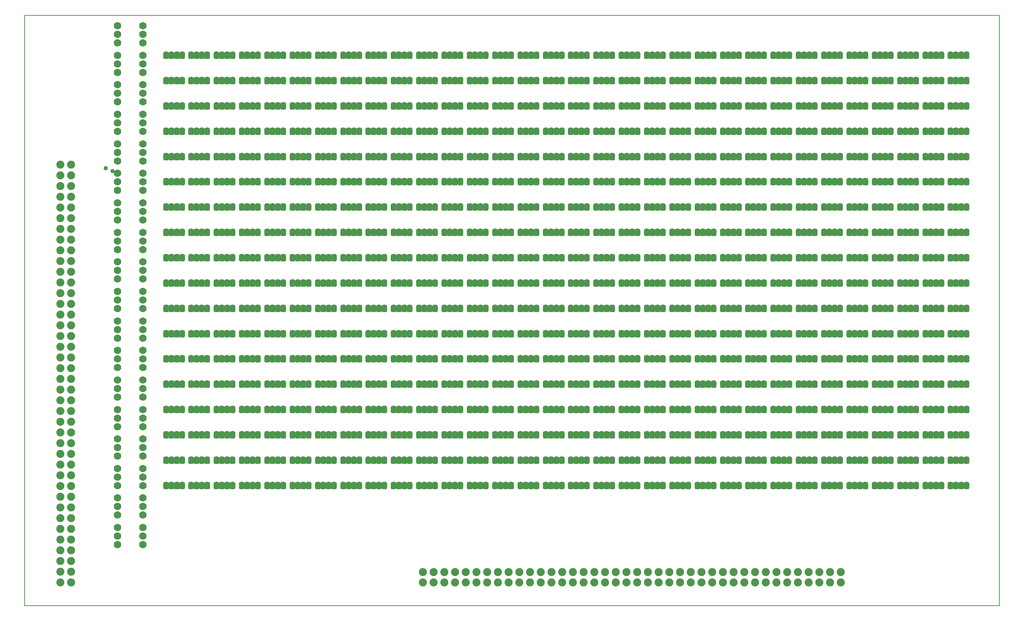
<source format=gbr>
G04 PROTEUS GERBER X2 FILE*
%TF.GenerationSoftware,Labcenter,Proteus,8.6-SP2-Build23525*%
%TF.CreationDate,2023-01-18T21:31:38+00:00*%
%TF.FileFunction,Soldermask,Top*%
%TF.FilePolarity,Negative*%
%TF.Part,Single*%
%FSLAX45Y45*%
%MOMM*%
G01*
%TA.AperFunction,Material*%
%ADD71C,1.016000*%
%AMPPAD012*
4,1,36,
-0.228600,0.889000,
0.228600,0.889000,
0.316890,0.880410,
0.398530,0.855690,
0.471960,0.816420,
0.535580,0.764180,
0.587820,0.700560,
0.627090,0.627130,
0.651810,0.545490,
0.660400,0.457200,
0.660400,-0.457200,
0.651810,-0.545490,
0.627090,-0.627130,
0.587820,-0.700560,
0.535580,-0.764180,
0.471960,-0.816420,
0.398530,-0.855690,
0.316890,-0.880410,
0.228600,-0.889000,
-0.228600,-0.889000,
-0.316890,-0.880410,
-0.398530,-0.855690,
-0.471960,-0.816420,
-0.535580,-0.764180,
-0.587820,-0.700560,
-0.627090,-0.627130,
-0.651810,-0.545490,
-0.660400,-0.457200,
-0.660400,0.457200,
-0.651810,0.545490,
-0.627090,0.627130,
-0.587820,0.700560,
-0.535580,0.764180,
-0.471960,0.816420,
-0.398530,0.855690,
-0.316890,0.880410,
-0.228600,0.889000,
0*%
%TA.AperFunction,Material*%
%ADD20PPAD012*%
%TA.AperFunction,Material*%
%ADD21C,1.905000*%
%TA.AperFunction,Material*%
%ADD22C,1.778000*%
%TA.AperFunction,Profile*%
%ADD16C,0.203200*%
%TD.AperFunction*%
D71*
X-9182923Y+3172982D03*
X-9022977Y+3107023D03*
D20*
X-7755252Y+5850000D03*
X-7628252Y+5850000D03*
X-7501252Y+5850000D03*
X-7374252Y+5850000D03*
X-7155252Y+5850000D03*
X-7028252Y+5850000D03*
X-6901252Y+5850000D03*
X-6774252Y+5850000D03*
X-6555252Y+5850000D03*
X-6428252Y+5850000D03*
X-6301252Y+5850000D03*
X-6174252Y+5850000D03*
X-5955252Y+5850000D03*
X-5828252Y+5850000D03*
X-5701252Y+5850000D03*
X-5574252Y+5850000D03*
X-5355252Y+5850000D03*
X-5228252Y+5850000D03*
X-5101252Y+5850000D03*
X-4974252Y+5850000D03*
X-4755252Y+5850000D03*
X-4628252Y+5850000D03*
X-4501252Y+5850000D03*
X-4374252Y+5850000D03*
X-4155252Y+5850000D03*
X-4028252Y+5850000D03*
X-3901252Y+5850000D03*
X-3774252Y+5850000D03*
X-3555252Y+5850000D03*
X-3428252Y+5850000D03*
X-3301252Y+5850000D03*
X-3174252Y+5850000D03*
X-2955252Y+5850000D03*
X-2828252Y+5850000D03*
X-2701252Y+5850000D03*
X-2574252Y+5850000D03*
X-2355252Y+5850000D03*
X-2228252Y+5850000D03*
X-2101252Y+5850000D03*
X-1974252Y+5850000D03*
X-1755252Y+5850000D03*
X-1628252Y+5850000D03*
X-1501252Y+5850000D03*
X-1374252Y+5850000D03*
X-1155252Y+5850000D03*
X-1028252Y+5850000D03*
X-901252Y+5850000D03*
X-774252Y+5850000D03*
X-555252Y+5850000D03*
X-428252Y+5850000D03*
X-301252Y+5850000D03*
X-174252Y+5850000D03*
X+44748Y+5850000D03*
X+171748Y+5850000D03*
X+298748Y+5850000D03*
X+425748Y+5850000D03*
X+644748Y+5850000D03*
X+771748Y+5850000D03*
X+898748Y+5850000D03*
X+1025748Y+5850000D03*
X+1244748Y+5850000D03*
X+1371748Y+5850000D03*
X+1498748Y+5850000D03*
X+1625748Y+5850000D03*
X+1844748Y+5850000D03*
X+1971748Y+5850000D03*
X+2098748Y+5850000D03*
X+2225748Y+5850000D03*
X+2444748Y+5850000D03*
X+2571748Y+5850000D03*
X+2698748Y+5850000D03*
X+2825748Y+5850000D03*
X+3044748Y+5850000D03*
X+3171748Y+5850000D03*
X+3298748Y+5850000D03*
X+3425748Y+5850000D03*
X+3644748Y+5850000D03*
X+3771748Y+5850000D03*
X+3898748Y+5850000D03*
X+4025748Y+5850000D03*
X+4244748Y+5850000D03*
X+4371748Y+5850000D03*
X+4498748Y+5850000D03*
X+4625748Y+5850000D03*
X+4844748Y+5850000D03*
X+4971748Y+5850000D03*
X+5098748Y+5850000D03*
X+5225748Y+5850000D03*
X+5444748Y+5850000D03*
X+5571748Y+5850000D03*
X+5698748Y+5850000D03*
X+5825748Y+5850000D03*
X+6044748Y+5850000D03*
X+6171748Y+5850000D03*
X+6298748Y+5850000D03*
X+6425748Y+5850000D03*
X+6644748Y+5850000D03*
X+6771748Y+5850000D03*
X+6898748Y+5850000D03*
X+7025748Y+5850000D03*
X+7244748Y+5850000D03*
X+7371748Y+5850000D03*
X+7498748Y+5850000D03*
X+7625748Y+5850000D03*
X+7844748Y+5850000D03*
X+7971748Y+5850000D03*
X+8098748Y+5850000D03*
X+8225748Y+5850000D03*
X+8444748Y+5850000D03*
X+8571748Y+5850000D03*
X+8698748Y+5850000D03*
X+8825748Y+5850000D03*
X+9044748Y+5850000D03*
X+9171748Y+5850000D03*
X+9298748Y+5850000D03*
X+9425748Y+5850000D03*
X+9644748Y+5850000D03*
X+9771748Y+5850000D03*
X+9898748Y+5850000D03*
X+10025748Y+5850000D03*
X+10244748Y+5850000D03*
X+10371748Y+5850000D03*
X+10498748Y+5850000D03*
X+10625748Y+5850000D03*
X+10844748Y+5850000D03*
X+10971748Y+5850000D03*
X+11098748Y+5850000D03*
X+11225748Y+5850000D03*
X-7755252Y+5250000D03*
X-7628252Y+5250000D03*
X-7501252Y+5250000D03*
X-7374252Y+5250000D03*
X-7155252Y+5250000D03*
X-7028252Y+5250000D03*
X-6901252Y+5250000D03*
X-6774252Y+5250000D03*
X-6555252Y+5250000D03*
X-6428252Y+5250000D03*
X-6301252Y+5250000D03*
X-6174252Y+5250000D03*
X-5955252Y+5250000D03*
X-5828252Y+5250000D03*
X-5701252Y+5250000D03*
X-5574252Y+5250000D03*
X-5355252Y+5250000D03*
X-5228252Y+5250000D03*
X-5101252Y+5250000D03*
X-4974252Y+5250000D03*
X-4755252Y+5250000D03*
X-4628252Y+5250000D03*
X-4501252Y+5250000D03*
X-4374252Y+5250000D03*
X-4155252Y+5250000D03*
X-4028252Y+5250000D03*
X-3901252Y+5250000D03*
X-3774252Y+5250000D03*
X-3555252Y+5250000D03*
X-3428252Y+5250000D03*
X-3301252Y+5250000D03*
X-3174252Y+5250000D03*
X-2955252Y+5250000D03*
X-2828252Y+5250000D03*
X-2701252Y+5250000D03*
X-2574252Y+5250000D03*
X-2355252Y+5250000D03*
X-2228252Y+5250000D03*
X-2101252Y+5250000D03*
X-1974252Y+5250000D03*
X-1755252Y+5250000D03*
X-1628252Y+5250000D03*
X-1501252Y+5250000D03*
X-1374252Y+5250000D03*
X-1155252Y+5250000D03*
X-1028252Y+5250000D03*
X-901252Y+5250000D03*
X-774252Y+5250000D03*
X-555252Y+5250000D03*
X-428252Y+5250000D03*
X-301252Y+5250000D03*
X-174252Y+5250000D03*
X+44748Y+5250000D03*
X+171748Y+5250000D03*
X+298748Y+5250000D03*
X+425748Y+5250000D03*
X+644748Y+5250000D03*
X+771748Y+5250000D03*
X+898748Y+5250000D03*
X+1025748Y+5250000D03*
X+1244748Y+5250000D03*
X+1371748Y+5250000D03*
X+1498748Y+5250000D03*
X+1625748Y+5250000D03*
X+1844748Y+5250000D03*
X+1971748Y+5250000D03*
X+2098748Y+5250000D03*
X+2225748Y+5250000D03*
X+2444748Y+5250000D03*
X+2571748Y+5250000D03*
X+2698748Y+5250000D03*
X+2825748Y+5250000D03*
X+3044748Y+5250000D03*
X+3171748Y+5250000D03*
X+3298748Y+5250000D03*
X+3425748Y+5250000D03*
X+3644748Y+5250000D03*
X+3771748Y+5250000D03*
X+3898748Y+5250000D03*
X+4025748Y+5250000D03*
X+4244748Y+5250000D03*
X+4371748Y+5250000D03*
X+4498748Y+5250000D03*
X+4625748Y+5250000D03*
X+4844748Y+5250000D03*
X+4971748Y+5250000D03*
X+5098748Y+5250000D03*
X+5225748Y+5250000D03*
X+5444748Y+5250000D03*
X+5571748Y+5250000D03*
X+5698748Y+5250000D03*
X+5825748Y+5250000D03*
X+6044748Y+5250000D03*
X+6171748Y+5250000D03*
X+6298748Y+5250000D03*
X+6425748Y+5250000D03*
X+6644748Y+5250000D03*
X+6771748Y+5250000D03*
X+6898748Y+5250000D03*
X+7025748Y+5250000D03*
X+7244748Y+5250000D03*
X+7371748Y+5250000D03*
X+7498748Y+5250000D03*
X+7625748Y+5250000D03*
X+7844748Y+5250000D03*
X+7971748Y+5250000D03*
X+8098748Y+5250000D03*
X+8225748Y+5250000D03*
X+8444748Y+5250000D03*
X+8571748Y+5250000D03*
X+8698748Y+5250000D03*
X+8825748Y+5250000D03*
X+9044748Y+5250000D03*
X+9171748Y+5250000D03*
X+9298748Y+5250000D03*
X+9425748Y+5250000D03*
X+9644748Y+5250000D03*
X+9771748Y+5250000D03*
X+9898748Y+5250000D03*
X+10025748Y+5250000D03*
X+10244748Y+5250000D03*
X+10371748Y+5250000D03*
X+10498748Y+5250000D03*
X+10625748Y+5250000D03*
X+10844748Y+5250000D03*
X+10971748Y+5250000D03*
X+11098748Y+5250000D03*
X+11225748Y+5250000D03*
X-7755252Y+4650000D03*
X-7628252Y+4650000D03*
X-7501252Y+4650000D03*
X-7374252Y+4650000D03*
X-7155252Y+4650000D03*
X-7028252Y+4650000D03*
X-6901252Y+4650000D03*
X-6774252Y+4650000D03*
X-6555252Y+4650000D03*
X-6428252Y+4650000D03*
X-6301252Y+4650000D03*
X-6174252Y+4650000D03*
X-5955252Y+4650000D03*
X-5828252Y+4650000D03*
X-5701252Y+4650000D03*
X-5574252Y+4650000D03*
X-5355252Y+4650000D03*
X-5228252Y+4650000D03*
X-5101252Y+4650000D03*
X-4974252Y+4650000D03*
X-4755252Y+4650000D03*
X-4628252Y+4650000D03*
X-4501252Y+4650000D03*
X-4374252Y+4650000D03*
X-4155252Y+4650000D03*
X-4028252Y+4650000D03*
X-3901252Y+4650000D03*
X-3774252Y+4650000D03*
X-3555252Y+4650000D03*
X-3428252Y+4650000D03*
X-3301252Y+4650000D03*
X-3174252Y+4650000D03*
X-2955252Y+4650000D03*
X-2828252Y+4650000D03*
X-2701252Y+4650000D03*
X-2574252Y+4650000D03*
X-2355252Y+4650000D03*
X-2228252Y+4650000D03*
X-2101252Y+4650000D03*
X-1974252Y+4650000D03*
X-1755252Y+4650000D03*
X-1628252Y+4650000D03*
X-1501252Y+4650000D03*
X-1374252Y+4650000D03*
X-1155252Y+4650000D03*
X-1028252Y+4650000D03*
X-901252Y+4650000D03*
X-774252Y+4650000D03*
X-555252Y+4650000D03*
X-428252Y+4650000D03*
X-301252Y+4650000D03*
X-174252Y+4650000D03*
X+44748Y+4650000D03*
X+171748Y+4650000D03*
X+298748Y+4650000D03*
X+425748Y+4650000D03*
X+644748Y+4650000D03*
X+771748Y+4650000D03*
X+898748Y+4650000D03*
X+1025748Y+4650000D03*
X+1244748Y+4650000D03*
X+1371748Y+4650000D03*
X+1498748Y+4650000D03*
X+1625748Y+4650000D03*
X+1844748Y+4650000D03*
X+1971748Y+4650000D03*
X+2098748Y+4650000D03*
X+2225748Y+4650000D03*
X+2444748Y+4650000D03*
X+2571748Y+4650000D03*
X+2698748Y+4650000D03*
X+2825748Y+4650000D03*
X+3044748Y+4650000D03*
X+3171748Y+4650000D03*
X+3298748Y+4650000D03*
X+3425748Y+4650000D03*
X+3644748Y+4650000D03*
X+3771748Y+4650000D03*
X+3898748Y+4650000D03*
X+4025748Y+4650000D03*
X+4244748Y+4650000D03*
X+4371748Y+4650000D03*
X+4498748Y+4650000D03*
X+4625748Y+4650000D03*
X+4844748Y+4650000D03*
X+4971748Y+4650000D03*
X+5098748Y+4650000D03*
X+5225748Y+4650000D03*
X+5444748Y+4650000D03*
X+5571748Y+4650000D03*
X+5698748Y+4650000D03*
X+5825748Y+4650000D03*
X+6044748Y+4650000D03*
X+6171748Y+4650000D03*
X+6298748Y+4650000D03*
X+6425748Y+4650000D03*
X+6644748Y+4650000D03*
X+6771748Y+4650000D03*
X+6898748Y+4650000D03*
X+7025748Y+4650000D03*
X+7244748Y+4650000D03*
X+7371748Y+4650000D03*
X+7498748Y+4650000D03*
X+7625748Y+4650000D03*
X+7844748Y+4650000D03*
X+7971748Y+4650000D03*
X+8098748Y+4650000D03*
X+8225748Y+4650000D03*
X+8444748Y+4650000D03*
X+8571748Y+4650000D03*
X+8698748Y+4650000D03*
X+8825748Y+4650000D03*
X+9044748Y+4650000D03*
X+9171748Y+4650000D03*
X+9298748Y+4650000D03*
X+9425748Y+4650000D03*
X+9644748Y+4650000D03*
X+9771748Y+4650000D03*
X+9898748Y+4650000D03*
X+10025748Y+4650000D03*
X+10244748Y+4650000D03*
X+10371748Y+4650000D03*
X+10498748Y+4650000D03*
X+10625748Y+4650000D03*
X+10844748Y+4650000D03*
X+10971748Y+4650000D03*
X+11098748Y+4650000D03*
X+11225748Y+4650000D03*
X-7755252Y+4050000D03*
X-7628252Y+4050000D03*
X-7501252Y+4050000D03*
X-7374252Y+4050000D03*
X-7155252Y+4050000D03*
X-7028252Y+4050000D03*
X-6901252Y+4050000D03*
X-6774252Y+4050000D03*
X-6555252Y+4050000D03*
X-6428252Y+4050000D03*
X-6301252Y+4050000D03*
X-6174252Y+4050000D03*
X-5955252Y+4050000D03*
X-5828252Y+4050000D03*
X-5701252Y+4050000D03*
X-5574252Y+4050000D03*
X-5355252Y+4050000D03*
X-5228252Y+4050000D03*
X-5101252Y+4050000D03*
X-4974252Y+4050000D03*
X-4755252Y+4050000D03*
X-4628252Y+4050000D03*
X-4501252Y+4050000D03*
X-4374252Y+4050000D03*
X-4155252Y+4050000D03*
X-4028252Y+4050000D03*
X-3901252Y+4050000D03*
X-3774252Y+4050000D03*
X-3555252Y+4050000D03*
X-3428252Y+4050000D03*
X-3301252Y+4050000D03*
X-3174252Y+4050000D03*
X-2955252Y+4050000D03*
X-2828252Y+4050000D03*
X-2701252Y+4050000D03*
X-2574252Y+4050000D03*
X-2355252Y+4050000D03*
X-2228252Y+4050000D03*
X-2101252Y+4050000D03*
X-1974252Y+4050000D03*
X-1755252Y+4050000D03*
X-1628252Y+4050000D03*
X-1501252Y+4050000D03*
X-1374252Y+4050000D03*
X-1155252Y+4050000D03*
X-1028252Y+4050000D03*
X-901252Y+4050000D03*
X-774252Y+4050000D03*
X-555252Y+4050000D03*
X-428252Y+4050000D03*
X-301252Y+4050000D03*
X-174252Y+4050000D03*
X+44748Y+4050000D03*
X+171748Y+4050000D03*
X+298748Y+4050000D03*
X+425748Y+4050000D03*
X+644748Y+4050000D03*
X+771748Y+4050000D03*
X+898748Y+4050000D03*
X+1025748Y+4050000D03*
X+1244748Y+4050000D03*
X+1371748Y+4050000D03*
X+1498748Y+4050000D03*
X+1625748Y+4050000D03*
X+1844748Y+4050000D03*
X+1971748Y+4050000D03*
X+2098748Y+4050000D03*
X+2225748Y+4050000D03*
X+2444748Y+4050000D03*
X+2571748Y+4050000D03*
X+2698748Y+4050000D03*
X+2825748Y+4050000D03*
X+3044748Y+4050000D03*
X+3171748Y+4050000D03*
X+3298748Y+4050000D03*
X+3425748Y+4050000D03*
X+3644748Y+4050000D03*
X+3771748Y+4050000D03*
X+3898748Y+4050000D03*
X+4025748Y+4050000D03*
X+4244748Y+4050000D03*
X+4371748Y+4050000D03*
X+4498748Y+4050000D03*
X+4625748Y+4050000D03*
X+4844748Y+4050000D03*
X+4971748Y+4050000D03*
X+5098748Y+4050000D03*
X+5225748Y+4050000D03*
X+5444748Y+4050000D03*
X+5571748Y+4050000D03*
X+5698748Y+4050000D03*
X+5825748Y+4050000D03*
X+6044748Y+4050000D03*
X+6171748Y+4050000D03*
X+6298748Y+4050000D03*
X+6425748Y+4050000D03*
X+6644748Y+4050000D03*
X+6771748Y+4050000D03*
X+6898748Y+4050000D03*
X+7025748Y+4050000D03*
X+7244748Y+4050000D03*
X+7371748Y+4050000D03*
X+7498748Y+4050000D03*
X+7625748Y+4050000D03*
X+7844748Y+4050000D03*
X+7971748Y+4050000D03*
X+8098748Y+4050000D03*
X+8225748Y+4050000D03*
X+8444748Y+4050000D03*
X+8571748Y+4050000D03*
X+8698748Y+4050000D03*
X+8825748Y+4050000D03*
X+9044748Y+4050000D03*
X+9171748Y+4050000D03*
X+9298748Y+4050000D03*
X+9425748Y+4050000D03*
X+9644748Y+4050000D03*
X+9771748Y+4050000D03*
X+9898748Y+4050000D03*
X+10025748Y+4050000D03*
X+10244748Y+4050000D03*
X+10371748Y+4050000D03*
X+10498748Y+4050000D03*
X+10625748Y+4050000D03*
X+10844748Y+4050000D03*
X+10971748Y+4050000D03*
X+11098748Y+4050000D03*
X+11225748Y+4050000D03*
X-7755252Y+3450000D03*
X-7628252Y+3450000D03*
X-7501252Y+3450000D03*
X-7374252Y+3450000D03*
X-7155252Y+3450000D03*
X-7028252Y+3450000D03*
X-6901252Y+3450000D03*
X-6774252Y+3450000D03*
X-6555252Y+3450000D03*
X-6428252Y+3450000D03*
X-6301252Y+3450000D03*
X-6174252Y+3450000D03*
X-5955252Y+3450000D03*
X-5828252Y+3450000D03*
X-5701252Y+3450000D03*
X-5574252Y+3450000D03*
X-5355252Y+3450000D03*
X-5228252Y+3450000D03*
X-5101252Y+3450000D03*
X-4974252Y+3450000D03*
X-4755252Y+3450000D03*
X-4628252Y+3450000D03*
X-4501252Y+3450000D03*
X-4374252Y+3450000D03*
X-4155252Y+3450000D03*
X-4028252Y+3450000D03*
X-3901252Y+3450000D03*
X-3774252Y+3450000D03*
X-3555252Y+3450000D03*
X-3428252Y+3450000D03*
X-3301252Y+3450000D03*
X-3174252Y+3450000D03*
X-2955252Y+3450000D03*
X-2828252Y+3450000D03*
X-2701252Y+3450000D03*
X-2574252Y+3450000D03*
X-2355252Y+3450000D03*
X-2228252Y+3450000D03*
X-2101252Y+3450000D03*
X-1974252Y+3450000D03*
X-1755252Y+3450000D03*
X-1628252Y+3450000D03*
X-1501252Y+3450000D03*
X-1374252Y+3450000D03*
X-1155252Y+3450000D03*
X-1028252Y+3450000D03*
X-901252Y+3450000D03*
X-774252Y+3450000D03*
X-555252Y+3450000D03*
X-428252Y+3450000D03*
X-301252Y+3450000D03*
X-174252Y+3450000D03*
X+44748Y+3450000D03*
X+171748Y+3450000D03*
X+298748Y+3450000D03*
X+425748Y+3450000D03*
X+644748Y+3450000D03*
X+771748Y+3450000D03*
X+898748Y+3450000D03*
X+1025748Y+3450000D03*
X+1244748Y+3450000D03*
X+1371748Y+3450000D03*
X+1498748Y+3450000D03*
X+1625748Y+3450000D03*
X+1844748Y+3450000D03*
X+1971748Y+3450000D03*
X+2098748Y+3450000D03*
X+2225748Y+3450000D03*
X+2444748Y+3450000D03*
X+2571748Y+3450000D03*
X+2698748Y+3450000D03*
X+2825748Y+3450000D03*
X+3044748Y+3450000D03*
X+3171748Y+3450000D03*
X+3298748Y+3450000D03*
X+3425748Y+3450000D03*
X+3644748Y+3450000D03*
X+3771748Y+3450000D03*
X+3898748Y+3450000D03*
X+4025748Y+3450000D03*
X+4244748Y+3450000D03*
X+4371748Y+3450000D03*
X+4498748Y+3450000D03*
X+4625748Y+3450000D03*
X+4844748Y+3450000D03*
X+4971748Y+3450000D03*
X+5098748Y+3450000D03*
X+5225748Y+3450000D03*
X+5444748Y+3450000D03*
X+5571748Y+3450000D03*
X+5698748Y+3450000D03*
X+5825748Y+3450000D03*
X+6044748Y+3450000D03*
X+6171748Y+3450000D03*
X+6298748Y+3450000D03*
X+6425748Y+3450000D03*
X+6644748Y+3450000D03*
X+6771748Y+3450000D03*
X+6898748Y+3450000D03*
X+7025748Y+3450000D03*
X+7244748Y+3450000D03*
X+7371748Y+3450000D03*
X+7498748Y+3450000D03*
X+7625748Y+3450000D03*
X+7844748Y+3450000D03*
X+7971748Y+3450000D03*
X+8098748Y+3450000D03*
X+8225748Y+3450000D03*
X+8444748Y+3450000D03*
X+8571748Y+3450000D03*
X+8698748Y+3450000D03*
X+8825748Y+3450000D03*
X+9044748Y+3450000D03*
X+9171748Y+3450000D03*
X+9298748Y+3450000D03*
X+9425748Y+3450000D03*
X+9644748Y+3450000D03*
X+9771748Y+3450000D03*
X+9898748Y+3450000D03*
X+10025748Y+3450000D03*
X+10244748Y+3450000D03*
X+10371748Y+3450000D03*
X+10498748Y+3450000D03*
X+10625748Y+3450000D03*
X+10844748Y+3450000D03*
X+10971748Y+3450000D03*
X+11098748Y+3450000D03*
X+11225748Y+3450000D03*
X-7755252Y+2850000D03*
X-7628252Y+2850000D03*
X-7501252Y+2850000D03*
X-7374252Y+2850000D03*
X-7155252Y+2850000D03*
X-7028252Y+2850000D03*
X-6901252Y+2850000D03*
X-6774252Y+2850000D03*
X-6555252Y+2850000D03*
X-6428252Y+2850000D03*
X-6301252Y+2850000D03*
X-6174252Y+2850000D03*
X-5955252Y+2850000D03*
X-5828252Y+2850000D03*
X-5701252Y+2850000D03*
X-5574252Y+2850000D03*
X-5355252Y+2850000D03*
X-5228252Y+2850000D03*
X-5101252Y+2850000D03*
X-4974252Y+2850000D03*
X-4755252Y+2850000D03*
X-4628252Y+2850000D03*
X-4501252Y+2850000D03*
X-4374252Y+2850000D03*
X-4155252Y+2850000D03*
X-4028252Y+2850000D03*
X-3901252Y+2850000D03*
X-3774252Y+2850000D03*
X-3555252Y+2850000D03*
X-3428252Y+2850000D03*
X-3301252Y+2850000D03*
X-3174252Y+2850000D03*
X-2955252Y+2850000D03*
X-2828252Y+2850000D03*
X-2701252Y+2850000D03*
X-2574252Y+2850000D03*
X-2355252Y+2850000D03*
X-2228252Y+2850000D03*
X-2101252Y+2850000D03*
X-1974252Y+2850000D03*
X-1755252Y+2850000D03*
X-1628252Y+2850000D03*
X-1501252Y+2850000D03*
X-1374252Y+2850000D03*
X-1155252Y+2850000D03*
X-1028252Y+2850000D03*
X-901252Y+2850000D03*
X-774252Y+2850000D03*
X-555252Y+2850000D03*
X-428252Y+2850000D03*
X-301252Y+2850000D03*
X-174252Y+2850000D03*
X+44748Y+2850000D03*
X+171748Y+2850000D03*
X+298748Y+2850000D03*
X+425748Y+2850000D03*
X+644748Y+2850000D03*
X+771748Y+2850000D03*
X+898748Y+2850000D03*
X+1025748Y+2850000D03*
X+1244748Y+2850000D03*
X+1371748Y+2850000D03*
X+1498748Y+2850000D03*
X+1625748Y+2850000D03*
X+1844748Y+2850000D03*
X+1971748Y+2850000D03*
X+2098748Y+2850000D03*
X+2225748Y+2850000D03*
X+2444748Y+2850000D03*
X+2571748Y+2850000D03*
X+2698748Y+2850000D03*
X+2825748Y+2850000D03*
X+3044748Y+2850000D03*
X+3171748Y+2850000D03*
X+3298748Y+2850000D03*
X+3425748Y+2850000D03*
X+3644748Y+2850000D03*
X+3771748Y+2850000D03*
X+3898748Y+2850000D03*
X+4025748Y+2850000D03*
X+4244748Y+2850000D03*
X+4371748Y+2850000D03*
X+4498748Y+2850000D03*
X+4625748Y+2850000D03*
X+4844748Y+2850000D03*
X+4971748Y+2850000D03*
X+5098748Y+2850000D03*
X+5225748Y+2850000D03*
X+5444748Y+2850000D03*
X+5571748Y+2850000D03*
X+5698748Y+2850000D03*
X+5825748Y+2850000D03*
X+6044748Y+2850000D03*
X+6171748Y+2850000D03*
X+6298748Y+2850000D03*
X+6425748Y+2850000D03*
X+6644748Y+2850000D03*
X+6771748Y+2850000D03*
X+6898748Y+2850000D03*
X+7025748Y+2850000D03*
X+7244748Y+2850000D03*
X+7371748Y+2850000D03*
X+7498748Y+2850000D03*
X+7625748Y+2850000D03*
X+7844748Y+2850000D03*
X+7971748Y+2850000D03*
X+8098748Y+2850000D03*
X+8225748Y+2850000D03*
X+8444748Y+2850000D03*
X+8571748Y+2850000D03*
X+8698748Y+2850000D03*
X+8825748Y+2850000D03*
X+9044748Y+2850000D03*
X+9171748Y+2850000D03*
X+9298748Y+2850000D03*
X+9425748Y+2850000D03*
X+9644748Y+2850000D03*
X+9771748Y+2850000D03*
X+9898748Y+2850000D03*
X+10025748Y+2850000D03*
X+10244748Y+2850000D03*
X+10371748Y+2850000D03*
X+10498748Y+2850000D03*
X+10625748Y+2850000D03*
X+10844748Y+2850000D03*
X+10971748Y+2850000D03*
X+11098748Y+2850000D03*
X+11225748Y+2850000D03*
X-7755252Y+2250000D03*
X-7628252Y+2250000D03*
X-7501252Y+2250000D03*
X-7374252Y+2250000D03*
X-7155252Y+2250000D03*
X-7028252Y+2250000D03*
X-6901252Y+2250000D03*
X-6774252Y+2250000D03*
X-6555252Y+2250000D03*
X-6428252Y+2250000D03*
X-6301252Y+2250000D03*
X-6174252Y+2250000D03*
X-5955252Y+2250000D03*
X-5828252Y+2250000D03*
X-5701252Y+2250000D03*
X-5574252Y+2250000D03*
X-5355252Y+2250000D03*
X-5228252Y+2250000D03*
X-5101252Y+2250000D03*
X-4974252Y+2250000D03*
X-4755252Y+2250000D03*
X-4628252Y+2250000D03*
X-4501252Y+2250000D03*
X-4374252Y+2250000D03*
X-4155252Y+2250000D03*
X-4028252Y+2250000D03*
X-3901252Y+2250000D03*
X-3774252Y+2250000D03*
X-3555252Y+2250000D03*
X-3428252Y+2250000D03*
X-3301252Y+2250000D03*
X-3174252Y+2250000D03*
X-2955252Y+2250000D03*
X-2828252Y+2250000D03*
X-2701252Y+2250000D03*
X-2574252Y+2250000D03*
X-2355252Y+2250000D03*
X-2228252Y+2250000D03*
X-2101252Y+2250000D03*
X-1974252Y+2250000D03*
X-1755252Y+2250000D03*
X-1628252Y+2250000D03*
X-1501252Y+2250000D03*
X-1374252Y+2250000D03*
X-1155252Y+2250000D03*
X-1028252Y+2250000D03*
X-901252Y+2250000D03*
X-774252Y+2250000D03*
X-555252Y+2250000D03*
X-428252Y+2250000D03*
X-301252Y+2250000D03*
X-174252Y+2250000D03*
X+44748Y+2250000D03*
X+171748Y+2250000D03*
X+298748Y+2250000D03*
X+425748Y+2250000D03*
X+644748Y+2250000D03*
X+771748Y+2250000D03*
X+898748Y+2250000D03*
X+1025748Y+2250000D03*
X+1244748Y+2250000D03*
X+1371748Y+2250000D03*
X+1498748Y+2250000D03*
X+1625748Y+2250000D03*
X+1844748Y+2250000D03*
X+1971748Y+2250000D03*
X+2098748Y+2250000D03*
X+2225748Y+2250000D03*
X+2444748Y+2250000D03*
X+2571748Y+2250000D03*
X+2698748Y+2250000D03*
X+2825748Y+2250000D03*
X+3044748Y+2250000D03*
X+3171748Y+2250000D03*
X+3298748Y+2250000D03*
X+3425748Y+2250000D03*
X+3644748Y+2250000D03*
X+3771748Y+2250000D03*
X+3898748Y+2250000D03*
X+4025748Y+2250000D03*
X+4244748Y+2250000D03*
X+4371748Y+2250000D03*
X+4498748Y+2250000D03*
X+4625748Y+2250000D03*
X+4844748Y+2250000D03*
X+4971748Y+2250000D03*
X+5098748Y+2250000D03*
X+5225748Y+2250000D03*
X+5444748Y+2250000D03*
X+5571748Y+2250000D03*
X+5698748Y+2250000D03*
X+5825748Y+2250000D03*
X+6044748Y+2250000D03*
X+6171748Y+2250000D03*
X+6298748Y+2250000D03*
X+6425748Y+2250000D03*
X+6644748Y+2250000D03*
X+6771748Y+2250000D03*
X+6898748Y+2250000D03*
X+7025748Y+2250000D03*
X+7244748Y+2250000D03*
X+7371748Y+2250000D03*
X+7498748Y+2250000D03*
X+7625748Y+2250000D03*
X+7844748Y+2250000D03*
X+7971748Y+2250000D03*
X+8098748Y+2250000D03*
X+8225748Y+2250000D03*
X+8444748Y+2250000D03*
X+8571748Y+2250000D03*
X+8698748Y+2250000D03*
X+8825748Y+2250000D03*
X+9044748Y+2250000D03*
X+9171748Y+2250000D03*
X+9298748Y+2250000D03*
X+9425748Y+2250000D03*
X+9644748Y+2250000D03*
X+9771748Y+2250000D03*
X+9898748Y+2250000D03*
X+10025748Y+2250000D03*
X+10244748Y+2250000D03*
X+10371748Y+2250000D03*
X+10498748Y+2250000D03*
X+10625748Y+2250000D03*
X+10844748Y+2250000D03*
X+10971748Y+2250000D03*
X+11098748Y+2250000D03*
X+11225748Y+2250000D03*
X-7755252Y+1650000D03*
X-7628252Y+1650000D03*
X-7501252Y+1650000D03*
X-7374252Y+1650000D03*
X-7155252Y+1650000D03*
X-7028252Y+1650000D03*
X-6901252Y+1650000D03*
X-6774252Y+1650000D03*
X-6555252Y+1650000D03*
X-6428252Y+1650000D03*
X-6301252Y+1650000D03*
X-6174252Y+1650000D03*
X-5955252Y+1650000D03*
X-5828252Y+1650000D03*
X-5701252Y+1650000D03*
X-5574252Y+1650000D03*
X-5355252Y+1650000D03*
X-5228252Y+1650000D03*
X-5101252Y+1650000D03*
X-4974252Y+1650000D03*
X-4755252Y+1650000D03*
X-4628252Y+1650000D03*
X-4501252Y+1650000D03*
X-4374252Y+1650000D03*
X-4155252Y+1650000D03*
X-4028252Y+1650000D03*
X-3901252Y+1650000D03*
X-3774252Y+1650000D03*
X-3555252Y+1650000D03*
X-3428252Y+1650000D03*
X-3301252Y+1650000D03*
X-3174252Y+1650000D03*
X-2955252Y+1650000D03*
X-2828252Y+1650000D03*
X-2701252Y+1650000D03*
X-2574252Y+1650000D03*
X-2355252Y+1650000D03*
X-2228252Y+1650000D03*
X-2101252Y+1650000D03*
X-1974252Y+1650000D03*
X-1755252Y+1650000D03*
X-1628252Y+1650000D03*
X-1501252Y+1650000D03*
X-1374252Y+1650000D03*
X-1155252Y+1650000D03*
X-1028252Y+1650000D03*
X-901252Y+1650000D03*
X-774252Y+1650000D03*
X-555252Y+1650000D03*
X-428252Y+1650000D03*
X-301252Y+1650000D03*
X-174252Y+1650000D03*
X+44748Y+1650000D03*
X+171748Y+1650000D03*
X+298748Y+1650000D03*
X+425748Y+1650000D03*
X+644748Y+1650000D03*
X+771748Y+1650000D03*
X+898748Y+1650000D03*
X+1025748Y+1650000D03*
X+1244748Y+1650000D03*
X+1371748Y+1650000D03*
X+1498748Y+1650000D03*
X+1625748Y+1650000D03*
X+1844748Y+1650000D03*
X+1971748Y+1650000D03*
X+2098748Y+1650000D03*
X+2225748Y+1650000D03*
X+2444748Y+1650000D03*
X+2571748Y+1650000D03*
X+2698748Y+1650000D03*
X+2825748Y+1650000D03*
X+3044748Y+1650000D03*
X+3171748Y+1650000D03*
X+3298748Y+1650000D03*
X+3425748Y+1650000D03*
X+3644748Y+1650000D03*
X+3771748Y+1650000D03*
X+3898748Y+1650000D03*
X+4025748Y+1650000D03*
X+4244748Y+1650000D03*
X+4371748Y+1650000D03*
X+4498748Y+1650000D03*
X+4625748Y+1650000D03*
X+4844748Y+1650000D03*
X+4971748Y+1650000D03*
X+5098748Y+1650000D03*
X+5225748Y+1650000D03*
X+5444748Y+1650000D03*
X+5571748Y+1650000D03*
X+5698748Y+1650000D03*
X+5825748Y+1650000D03*
X+6044748Y+1650000D03*
X+6171748Y+1650000D03*
X+6298748Y+1650000D03*
X+6425748Y+1650000D03*
X+6644748Y+1650000D03*
X+6771748Y+1650000D03*
X+6898748Y+1650000D03*
X+7025748Y+1650000D03*
X+7244748Y+1650000D03*
X+7371748Y+1650000D03*
X+7498748Y+1650000D03*
X+7625748Y+1650000D03*
X+7844748Y+1650000D03*
X+7971748Y+1650000D03*
X+8098748Y+1650000D03*
X+8225748Y+1650000D03*
X+8444748Y+1650000D03*
X+8571748Y+1650000D03*
X+8698748Y+1650000D03*
X+8825748Y+1650000D03*
X+9044748Y+1650000D03*
X+9171748Y+1650000D03*
X+9298748Y+1650000D03*
X+9425748Y+1650000D03*
X+9644748Y+1650000D03*
X+9771748Y+1650000D03*
X+9898748Y+1650000D03*
X+10025748Y+1650000D03*
X+10244748Y+1650000D03*
X+10371748Y+1650000D03*
X+10498748Y+1650000D03*
X+10625748Y+1650000D03*
X+10844748Y+1650000D03*
X+10971748Y+1650000D03*
X+11098748Y+1650000D03*
X+11225748Y+1650000D03*
X-7755252Y+1050000D03*
X-7628252Y+1050000D03*
X-7501252Y+1050000D03*
X-7374252Y+1050000D03*
X-7155252Y+1050000D03*
X-7028252Y+1050000D03*
X-6901252Y+1050000D03*
X-6774252Y+1050000D03*
X-6555252Y+1050000D03*
X-6428252Y+1050000D03*
X-6301252Y+1050000D03*
X-6174252Y+1050000D03*
X-5955252Y+1050000D03*
X-5828252Y+1050000D03*
X-5701252Y+1050000D03*
X-5574252Y+1050000D03*
X-5355252Y+1050000D03*
X-5228252Y+1050000D03*
X-5101252Y+1050000D03*
X-4974252Y+1050000D03*
X-4755252Y+1050000D03*
X-4628252Y+1050000D03*
X-4501252Y+1050000D03*
X-4374252Y+1050000D03*
X-4155252Y+1050000D03*
X-4028252Y+1050000D03*
X-3901252Y+1050000D03*
X-3774252Y+1050000D03*
X-3555252Y+1050000D03*
X-3428252Y+1050000D03*
X-3301252Y+1050000D03*
X-3174252Y+1050000D03*
X-2955252Y+1050000D03*
X-2828252Y+1050000D03*
X-2701252Y+1050000D03*
X-2574252Y+1050000D03*
X-2355252Y+1050000D03*
X-2228252Y+1050000D03*
X-2101252Y+1050000D03*
X-1974252Y+1050000D03*
X-1755252Y+1050000D03*
X-1628252Y+1050000D03*
X-1501252Y+1050000D03*
X-1374252Y+1050000D03*
X-1155252Y+1050000D03*
X-1028252Y+1050000D03*
X-901252Y+1050000D03*
X-774252Y+1050000D03*
X-555252Y+1050000D03*
X-428252Y+1050000D03*
X-301252Y+1050000D03*
X-174252Y+1050000D03*
X+44748Y+1050000D03*
X+171748Y+1050000D03*
X+298748Y+1050000D03*
X+425748Y+1050000D03*
X+644748Y+1050000D03*
X+771748Y+1050000D03*
X+898748Y+1050000D03*
X+1025748Y+1050000D03*
X+1244748Y+1050000D03*
X+1371748Y+1050000D03*
X+1498748Y+1050000D03*
X+1625748Y+1050000D03*
X+1844748Y+1050000D03*
X+1971748Y+1050000D03*
X+2098748Y+1050000D03*
X+2225748Y+1050000D03*
X+2444748Y+1050000D03*
X+2571748Y+1050000D03*
X+2698748Y+1050000D03*
X+2825748Y+1050000D03*
X+3044748Y+1050000D03*
X+3171748Y+1050000D03*
X+3298748Y+1050000D03*
X+3425748Y+1050000D03*
X+3644748Y+1050000D03*
X+3771748Y+1050000D03*
X+3898748Y+1050000D03*
X+4025748Y+1050000D03*
X+4244748Y+1050000D03*
X+4371748Y+1050000D03*
X+4498748Y+1050000D03*
X+4625748Y+1050000D03*
X+4844748Y+1050000D03*
X+4971748Y+1050000D03*
X+5098748Y+1050000D03*
X+5225748Y+1050000D03*
X+5444748Y+1050000D03*
X+5571748Y+1050000D03*
X+5698748Y+1050000D03*
X+5825748Y+1050000D03*
X+6044748Y+1050000D03*
X+6171748Y+1050000D03*
X+6298748Y+1050000D03*
X+6425748Y+1050000D03*
X+6644748Y+1050000D03*
X+6771748Y+1050000D03*
X+6898748Y+1050000D03*
X+7025748Y+1050000D03*
X+7244748Y+1050000D03*
X+7371748Y+1050000D03*
X+7498748Y+1050000D03*
X+7625748Y+1050000D03*
X+7844748Y+1050000D03*
X+7971748Y+1050000D03*
X+8098748Y+1050000D03*
X+8225748Y+1050000D03*
X+8444748Y+1050000D03*
X+8571748Y+1050000D03*
X+8698748Y+1050000D03*
X+8825748Y+1050000D03*
X+9044748Y+1050000D03*
X+9171748Y+1050000D03*
X+9298748Y+1050000D03*
X+9425748Y+1050000D03*
X+9644748Y+1050000D03*
X+9771748Y+1050000D03*
X+9898748Y+1050000D03*
X+10025748Y+1050000D03*
X+10244748Y+1050000D03*
X+10371748Y+1050000D03*
X+10498748Y+1050000D03*
X+10625748Y+1050000D03*
X+10844748Y+1050000D03*
X+10971748Y+1050000D03*
X+11098748Y+1050000D03*
X+11225748Y+1050000D03*
X-7755252Y+450000D03*
X-7628252Y+450000D03*
X-7501252Y+450000D03*
X-7374252Y+450000D03*
X-7155252Y+450000D03*
X-7028252Y+450000D03*
X-6901252Y+450000D03*
X-6774252Y+450000D03*
X-6555252Y+450000D03*
X-6428252Y+450000D03*
X-6301252Y+450000D03*
X-6174252Y+450000D03*
X-5955252Y+450000D03*
X-5828252Y+450000D03*
X-5701252Y+450000D03*
X-5574252Y+450000D03*
X-5355252Y+450000D03*
X-5228252Y+450000D03*
X-5101252Y+450000D03*
X-4974252Y+450000D03*
X-4755252Y+450000D03*
X-4628252Y+450000D03*
X-4501252Y+450000D03*
X-4374252Y+450000D03*
X-4155252Y+450000D03*
X-4028252Y+450000D03*
X-3901252Y+450000D03*
X-3774252Y+450000D03*
X-3555252Y+450000D03*
X-3428252Y+450000D03*
X-3301252Y+450000D03*
X-3174252Y+450000D03*
X-2955252Y+450000D03*
X-2828252Y+450000D03*
X-2701252Y+450000D03*
X-2574252Y+450000D03*
X-2355252Y+450000D03*
X-2228252Y+450000D03*
X-2101252Y+450000D03*
X-1974252Y+450000D03*
X-1755252Y+450000D03*
X-1628252Y+450000D03*
X-1501252Y+450000D03*
X-1374252Y+450000D03*
X-1155252Y+450000D03*
X-1028252Y+450000D03*
X-901252Y+450000D03*
X-774252Y+450000D03*
X-555252Y+450000D03*
X-428252Y+450000D03*
X-301252Y+450000D03*
X-174252Y+450000D03*
X+44748Y+450000D03*
X+171748Y+450000D03*
X+298748Y+450000D03*
X+425748Y+450000D03*
X+644748Y+450000D03*
X+771748Y+450000D03*
X+898748Y+450000D03*
X+1025748Y+450000D03*
X+1244748Y+450000D03*
X+1371748Y+450000D03*
X+1498748Y+450000D03*
X+1625748Y+450000D03*
X+1844748Y+450000D03*
X+1971748Y+450000D03*
X+2098748Y+450000D03*
X+2225748Y+450000D03*
X+2444748Y+450000D03*
X+2571748Y+450000D03*
X+2698748Y+450000D03*
X+2825748Y+450000D03*
X+3044748Y+450000D03*
X+3171748Y+450000D03*
X+3298748Y+450000D03*
X+3425748Y+450000D03*
X+3644748Y+450000D03*
X+3771748Y+450000D03*
X+3898748Y+450000D03*
X+4025748Y+450000D03*
X+4244748Y+450000D03*
X+4371748Y+450000D03*
X+4498748Y+450000D03*
X+4625748Y+450000D03*
X+4844748Y+450000D03*
X+4971748Y+450000D03*
X+5098748Y+450000D03*
X+5225748Y+450000D03*
X+5444748Y+450000D03*
X+5571748Y+450000D03*
X+5698748Y+450000D03*
X+5825748Y+450000D03*
X+6044748Y+450000D03*
X+6171748Y+450000D03*
X+6298748Y+450000D03*
X+6425748Y+450000D03*
X+6644748Y+450000D03*
X+6771748Y+450000D03*
X+6898748Y+450000D03*
X+7025748Y+450000D03*
X+7244748Y+450000D03*
X+7371748Y+450000D03*
X+7498748Y+450000D03*
X+7625748Y+450000D03*
X+7844748Y+450000D03*
X+7971748Y+450000D03*
X+8098748Y+450000D03*
X+8225748Y+450000D03*
X+8444748Y+450000D03*
X+8571748Y+450000D03*
X+8698748Y+450000D03*
X+8825748Y+450000D03*
X+9044748Y+450000D03*
X+9171748Y+450000D03*
X+9298748Y+450000D03*
X+9425748Y+450000D03*
X+9644748Y+450000D03*
X+9771748Y+450000D03*
X+9898748Y+450000D03*
X+10025748Y+450000D03*
X+10244748Y+450000D03*
X+10371748Y+450000D03*
X+10498748Y+450000D03*
X+10625748Y+450000D03*
X+10844748Y+450000D03*
X+10971748Y+450000D03*
X+11098748Y+450000D03*
X+11225748Y+450000D03*
X-7755252Y-150000D03*
X-7628252Y-150000D03*
X-7501252Y-150000D03*
X-7374252Y-150000D03*
X-7155252Y-150000D03*
X-7028252Y-150000D03*
X-6901252Y-150000D03*
X-6774252Y-150000D03*
X-6555252Y-150000D03*
X-6428252Y-150000D03*
X-6301252Y-150000D03*
X-6174252Y-150000D03*
X-5955252Y-150000D03*
X-5828252Y-150000D03*
X-5701252Y-150000D03*
X-5574252Y-150000D03*
X-5355252Y-150000D03*
X-5228252Y-150000D03*
X-5101252Y-150000D03*
X-4974252Y-150000D03*
X-4755252Y-150000D03*
X-4628252Y-150000D03*
X-4501252Y-150000D03*
X-4374252Y-150000D03*
X-4155252Y-150000D03*
X-4028252Y-150000D03*
X-3901252Y-150000D03*
X-3774252Y-150000D03*
X-3555252Y-150000D03*
X-3428252Y-150000D03*
X-3301252Y-150000D03*
X-3174252Y-150000D03*
X-2955252Y-150000D03*
X-2828252Y-150000D03*
X-2701252Y-150000D03*
X-2574252Y-150000D03*
X-2355252Y-150000D03*
X-2228252Y-150000D03*
X-2101252Y-150000D03*
X-1974252Y-150000D03*
X-1755252Y-150000D03*
X-1628252Y-150000D03*
X-1501252Y-150000D03*
X-1374252Y-150000D03*
X-1155252Y-150000D03*
X-1028252Y-150000D03*
X-901252Y-150000D03*
X-774252Y-150000D03*
X-555252Y-150000D03*
X-428252Y-150000D03*
X-301252Y-150000D03*
X-174252Y-150000D03*
X+44748Y-150000D03*
X+171748Y-150000D03*
X+298748Y-150000D03*
X+425748Y-150000D03*
X+644748Y-150000D03*
X+771748Y-150000D03*
X+898748Y-150000D03*
X+1025748Y-150000D03*
X+1244748Y-150000D03*
X+1371748Y-150000D03*
X+1498748Y-150000D03*
X+1625748Y-150000D03*
X+1844748Y-150000D03*
X+1971748Y-150000D03*
X+2098748Y-150000D03*
X+2225748Y-150000D03*
X+2444748Y-150000D03*
X+2571748Y-150000D03*
X+2698748Y-150000D03*
X+2825748Y-150000D03*
X+3044748Y-150000D03*
X+3171748Y-150000D03*
X+3298748Y-150000D03*
X+3425748Y-150000D03*
X+3644748Y-150000D03*
X+3771748Y-150000D03*
X+3898748Y-150000D03*
X+4025748Y-150000D03*
X+4244748Y-150000D03*
X+4371748Y-150000D03*
X+4498748Y-150000D03*
X+4625748Y-150000D03*
X+4844748Y-150000D03*
X+4971748Y-150000D03*
X+5098748Y-150000D03*
X+5225748Y-150000D03*
X+5444748Y-150000D03*
X+5571748Y-150000D03*
X+5698748Y-150000D03*
X+5825748Y-150000D03*
X+6044748Y-150000D03*
X+6171748Y-150000D03*
X+6298748Y-150000D03*
X+6425748Y-150000D03*
X+6644748Y-150000D03*
X+6771748Y-150000D03*
X+6898748Y-150000D03*
X+7025748Y-150000D03*
X+7244748Y-150000D03*
X+7371748Y-150000D03*
X+7498748Y-150000D03*
X+7625748Y-150000D03*
X+7844748Y-150000D03*
X+7971748Y-150000D03*
X+8098748Y-150000D03*
X+8225748Y-150000D03*
X+8444748Y-150000D03*
X+8571748Y-150000D03*
X+8698748Y-150000D03*
X+8825748Y-150000D03*
X+9044748Y-150000D03*
X+9171748Y-150000D03*
X+9298748Y-150000D03*
X+9425748Y-150000D03*
X+9644748Y-150000D03*
X+9771748Y-150000D03*
X+9898748Y-150000D03*
X+10025748Y-150000D03*
X+10244748Y-150000D03*
X+10371748Y-150000D03*
X+10498748Y-150000D03*
X+10625748Y-150000D03*
X+10844748Y-150000D03*
X+10971748Y-150000D03*
X+11098748Y-150000D03*
X+11225748Y-150000D03*
X-7755252Y-750000D03*
X-7628252Y-750000D03*
X-7501252Y-750000D03*
X-7374252Y-750000D03*
X-7155252Y-750000D03*
X-7028252Y-750000D03*
X-6901252Y-750000D03*
X-6774252Y-750000D03*
X-6555252Y-750000D03*
X-6428252Y-750000D03*
X-6301252Y-750000D03*
X-6174252Y-750000D03*
X-5955252Y-750000D03*
X-5828252Y-750000D03*
X-5701252Y-750000D03*
X-5574252Y-750000D03*
X-5355252Y-750000D03*
X-5228252Y-750000D03*
X-5101252Y-750000D03*
X-4974252Y-750000D03*
X-4755252Y-750000D03*
X-4628252Y-750000D03*
X-4501252Y-750000D03*
X-4374252Y-750000D03*
X-4155252Y-750000D03*
X-4028252Y-750000D03*
X-3901252Y-750000D03*
X-3774252Y-750000D03*
X-3555252Y-750000D03*
X-3428252Y-750000D03*
X-3301252Y-750000D03*
X-3174252Y-750000D03*
X-2955252Y-750000D03*
X-2828252Y-750000D03*
X-2701252Y-750000D03*
X-2574252Y-750000D03*
X-2355252Y-750000D03*
X-2228252Y-750000D03*
X-2101252Y-750000D03*
X-1974252Y-750000D03*
X-1755252Y-750000D03*
X-1628252Y-750000D03*
X-1501252Y-750000D03*
X-1374252Y-750000D03*
X-1155252Y-750000D03*
X-1028252Y-750000D03*
X-901252Y-750000D03*
X-774252Y-750000D03*
X-555252Y-750000D03*
X-428252Y-750000D03*
X-301252Y-750000D03*
X-174252Y-750000D03*
X+44748Y-750000D03*
X+171748Y-750000D03*
X+298748Y-750000D03*
X+425748Y-750000D03*
X+644748Y-750000D03*
X+771748Y-750000D03*
X+898748Y-750000D03*
X+1025748Y-750000D03*
X+1244748Y-750000D03*
X+1371748Y-750000D03*
X+1498748Y-750000D03*
X+1625748Y-750000D03*
X+1844748Y-750000D03*
X+1971748Y-750000D03*
X+2098748Y-750000D03*
X+2225748Y-750000D03*
X+2444748Y-750000D03*
X+2571748Y-750000D03*
X+2698748Y-750000D03*
X+2825748Y-750000D03*
X+3044748Y-750000D03*
X+3171748Y-750000D03*
X+3298748Y-750000D03*
X+3425748Y-750000D03*
X+3644748Y-750000D03*
X+3771748Y-750000D03*
X+3898748Y-750000D03*
X+4025748Y-750000D03*
X+4244748Y-750000D03*
X+4371748Y-750000D03*
X+4498748Y-750000D03*
X+4625748Y-750000D03*
X+4844748Y-750000D03*
X+4971748Y-750000D03*
X+5098748Y-750000D03*
X+5225748Y-750000D03*
X+5444748Y-750000D03*
X+5571748Y-750000D03*
X+5698748Y-750000D03*
X+5825748Y-750000D03*
X+6044748Y-750000D03*
X+6171748Y-750000D03*
X+6298748Y-750000D03*
X+6425748Y-750000D03*
X+6644748Y-750000D03*
X+6771748Y-750000D03*
X+6898748Y-750000D03*
X+7025748Y-750000D03*
X+7244748Y-750000D03*
X+7371748Y-750000D03*
X+7498748Y-750000D03*
X+7625748Y-750000D03*
X+7844748Y-750000D03*
X+7971748Y-750000D03*
X+8098748Y-750000D03*
X+8225748Y-750000D03*
X+8444748Y-750000D03*
X+8571748Y-750000D03*
X+8698748Y-750000D03*
X+8825748Y-750000D03*
X+9044748Y-750000D03*
X+9171748Y-750000D03*
X+9298748Y-750000D03*
X+9425748Y-750000D03*
X+9644748Y-750000D03*
X+9771748Y-750000D03*
X+9898748Y-750000D03*
X+10025748Y-750000D03*
X+10244748Y-750000D03*
X+10371748Y-750000D03*
X+10498748Y-750000D03*
X+10625748Y-750000D03*
X+10844748Y-750000D03*
X+10971748Y-750000D03*
X+11098748Y-750000D03*
X+11225748Y-750000D03*
X-7755252Y-1350000D03*
X-7628252Y-1350000D03*
X-7501252Y-1350000D03*
X-7374252Y-1350000D03*
X-7155252Y-1350000D03*
X-7028252Y-1350000D03*
X-6901252Y-1350000D03*
X-6774252Y-1350000D03*
X-6555252Y-1350000D03*
X-6428252Y-1350000D03*
X-6301252Y-1350000D03*
X-6174252Y-1350000D03*
X-5955252Y-1350000D03*
X-5828252Y-1350000D03*
X-5701252Y-1350000D03*
X-5574252Y-1350000D03*
X-5355252Y-1350000D03*
X-5228252Y-1350000D03*
X-5101252Y-1350000D03*
X-4974252Y-1350000D03*
X-4755252Y-1350000D03*
X-4628252Y-1350000D03*
X-4501252Y-1350000D03*
X-4374252Y-1350000D03*
X-4155252Y-1350000D03*
X-4028252Y-1350000D03*
X-3901252Y-1350000D03*
X-3774252Y-1350000D03*
X-3555252Y-1350000D03*
X-3428252Y-1350000D03*
X-3301252Y-1350000D03*
X-3174252Y-1350000D03*
X-2955252Y-1350000D03*
X-2828252Y-1350000D03*
X-2701252Y-1350000D03*
X-2574252Y-1350000D03*
X-2355252Y-1350000D03*
X-2228252Y-1350000D03*
X-2101252Y-1350000D03*
X-1974252Y-1350000D03*
X-1755252Y-1350000D03*
X-1628252Y-1350000D03*
X-1501252Y-1350000D03*
X-1374252Y-1350000D03*
X-1155252Y-1350000D03*
X-1028252Y-1350000D03*
X-901252Y-1350000D03*
X-774252Y-1350000D03*
X-555252Y-1350000D03*
X-428252Y-1350000D03*
X-301252Y-1350000D03*
X-174252Y-1350000D03*
X+44748Y-1350000D03*
X+171748Y-1350000D03*
X+298748Y-1350000D03*
X+425748Y-1350000D03*
X+644748Y-1350000D03*
X+771748Y-1350000D03*
X+898748Y-1350000D03*
X+1025748Y-1350000D03*
X+1244748Y-1350000D03*
X+1371748Y-1350000D03*
X+1498748Y-1350000D03*
X+1625748Y-1350000D03*
X+1844748Y-1350000D03*
X+1971748Y-1350000D03*
X+2098748Y-1350000D03*
X+2225748Y-1350000D03*
X+2444748Y-1350000D03*
X+2571748Y-1350000D03*
X+2698748Y-1350000D03*
X+2825748Y-1350000D03*
X+3044748Y-1350000D03*
X+3171748Y-1350000D03*
X+3298748Y-1350000D03*
X+3425748Y-1350000D03*
X+3644748Y-1350000D03*
X+3771748Y-1350000D03*
X+3898748Y-1350000D03*
X+4025748Y-1350000D03*
X+4244748Y-1350000D03*
X+4371748Y-1350000D03*
X+4498748Y-1350000D03*
X+4625748Y-1350000D03*
X+4844748Y-1350000D03*
X+4971748Y-1350000D03*
X+5098748Y-1350000D03*
X+5225748Y-1350000D03*
X+5444748Y-1350000D03*
X+5571748Y-1350000D03*
X+5698748Y-1350000D03*
X+5825748Y-1350000D03*
X+6044748Y-1350000D03*
X+6171748Y-1350000D03*
X+6298748Y-1350000D03*
X+6425748Y-1350000D03*
X+6644748Y-1350000D03*
X+6771748Y-1350000D03*
X+6898748Y-1350000D03*
X+7025748Y-1350000D03*
X+7244748Y-1350000D03*
X+7371748Y-1350000D03*
X+7498748Y-1350000D03*
X+7625748Y-1350000D03*
X+7844748Y-1350000D03*
X+7971748Y-1350000D03*
X+8098748Y-1350000D03*
X+8225748Y-1350000D03*
X+8444748Y-1350000D03*
X+8571748Y-1350000D03*
X+8698748Y-1350000D03*
X+8825748Y-1350000D03*
X+9044748Y-1350000D03*
X+9171748Y-1350000D03*
X+9298748Y-1350000D03*
X+9425748Y-1350000D03*
X+9644748Y-1350000D03*
X+9771748Y-1350000D03*
X+9898748Y-1350000D03*
X+10025748Y-1350000D03*
X+10244748Y-1350000D03*
X+10371748Y-1350000D03*
X+10498748Y-1350000D03*
X+10625748Y-1350000D03*
X+10844748Y-1350000D03*
X+10971748Y-1350000D03*
X+11098748Y-1350000D03*
X+11225748Y-1350000D03*
X-7755252Y-1950000D03*
X-7628252Y-1950000D03*
X-7501252Y-1950000D03*
X-7374252Y-1950000D03*
X-7155252Y-1950000D03*
X-7028252Y-1950000D03*
X-6901252Y-1950000D03*
X-6774252Y-1950000D03*
X-6555252Y-1950000D03*
X-6428252Y-1950000D03*
X-6301252Y-1950000D03*
X-6174252Y-1950000D03*
X-5955252Y-1950000D03*
X-5828252Y-1950000D03*
X-5701252Y-1950000D03*
X-5574252Y-1950000D03*
X-5355252Y-1950000D03*
X-5228252Y-1950000D03*
X-5101252Y-1950000D03*
X-4974252Y-1950000D03*
X-4755252Y-1950000D03*
X-4628252Y-1950000D03*
X-4501252Y-1950000D03*
X-4374252Y-1950000D03*
X-4155252Y-1950000D03*
X-4028252Y-1950000D03*
X-3901252Y-1950000D03*
X-3774252Y-1950000D03*
X-3555252Y-1950000D03*
X-3428252Y-1950000D03*
X-3301252Y-1950000D03*
X-3174252Y-1950000D03*
X-2955252Y-1950000D03*
X-2828252Y-1950000D03*
X-2701252Y-1950000D03*
X-2574252Y-1950000D03*
X-2355252Y-1950000D03*
X-2228252Y-1950000D03*
X-2101252Y-1950000D03*
X-1974252Y-1950000D03*
X-1755252Y-1950000D03*
X-1628252Y-1950000D03*
X-1501252Y-1950000D03*
X-1374252Y-1950000D03*
X-1155252Y-1950000D03*
X-1028252Y-1950000D03*
X-901252Y-1950000D03*
X-774252Y-1950000D03*
X-555252Y-1950000D03*
X-428252Y-1950000D03*
X-301252Y-1950000D03*
X-174252Y-1950000D03*
X+44748Y-1950000D03*
X+171748Y-1950000D03*
X+298748Y-1950000D03*
X+425748Y-1950000D03*
X+644748Y-1950000D03*
X+771748Y-1950000D03*
X+898748Y-1950000D03*
X+1025748Y-1950000D03*
X+1244748Y-1950000D03*
X+1371748Y-1950000D03*
X+1498748Y-1950000D03*
X+1625748Y-1950000D03*
X+1844748Y-1950000D03*
X+1971748Y-1950000D03*
X+2098748Y-1950000D03*
X+2225748Y-1950000D03*
X+2444748Y-1950000D03*
X+2571748Y-1950000D03*
X+2698748Y-1950000D03*
X+2825748Y-1950000D03*
X+3044748Y-1950000D03*
X+3171748Y-1950000D03*
X+3298748Y-1950000D03*
X+3425748Y-1950000D03*
X+3644748Y-1950000D03*
X+3771748Y-1950000D03*
X+3898748Y-1950000D03*
X+4025748Y-1950000D03*
X+4244748Y-1950000D03*
X+4371748Y-1950000D03*
X+4498748Y-1950000D03*
X+4625748Y-1950000D03*
X+4844748Y-1950000D03*
X+4971748Y-1950000D03*
X+5098748Y-1950000D03*
X+5225748Y-1950000D03*
X+5444748Y-1950000D03*
X+5571748Y-1950000D03*
X+5698748Y-1950000D03*
X+5825748Y-1950000D03*
X+6044748Y-1950000D03*
X+6171748Y-1950000D03*
X+6298748Y-1950000D03*
X+6425748Y-1950000D03*
X+6644748Y-1950000D03*
X+6771748Y-1950000D03*
X+6898748Y-1950000D03*
X+7025748Y-1950000D03*
X+7244748Y-1950000D03*
X+7371748Y-1950000D03*
X+7498748Y-1950000D03*
X+7625748Y-1950000D03*
X+7844748Y-1950000D03*
X+7971748Y-1950000D03*
X+8098748Y-1950000D03*
X+8225748Y-1950000D03*
X+8444748Y-1950000D03*
X+8571748Y-1950000D03*
X+8698748Y-1950000D03*
X+8825748Y-1950000D03*
X+9044748Y-1950000D03*
X+9171748Y-1950000D03*
X+9298748Y-1950000D03*
X+9425748Y-1950000D03*
X+9644748Y-1950000D03*
X+9771748Y-1950000D03*
X+9898748Y-1950000D03*
X+10025748Y-1950000D03*
X+10244748Y-1950000D03*
X+10371748Y-1950000D03*
X+10498748Y-1950000D03*
X+10625748Y-1950000D03*
X+10844748Y-1950000D03*
X+10971748Y-1950000D03*
X+11098748Y-1950000D03*
X+11225748Y-1950000D03*
X-7755252Y-2550000D03*
X-7628252Y-2550000D03*
X-7501252Y-2550000D03*
X-7374252Y-2550000D03*
X-7155252Y-2550000D03*
X-7028252Y-2550000D03*
X-6901252Y-2550000D03*
X-6774252Y-2550000D03*
X-6555252Y-2550000D03*
X-6428252Y-2550000D03*
X-6301252Y-2550000D03*
X-6174252Y-2550000D03*
X-5955252Y-2550000D03*
X-5828252Y-2550000D03*
X-5701252Y-2550000D03*
X-5574252Y-2550000D03*
X-5355252Y-2550000D03*
X-5228252Y-2550000D03*
X-5101252Y-2550000D03*
X-4974252Y-2550000D03*
X-4755252Y-2550000D03*
X-4628252Y-2550000D03*
X-4501252Y-2550000D03*
X-4374252Y-2550000D03*
X-4155252Y-2550000D03*
X-4028252Y-2550000D03*
X-3901252Y-2550000D03*
X-3774252Y-2550000D03*
X-3555252Y-2550000D03*
X-3428252Y-2550000D03*
X-3301252Y-2550000D03*
X-3174252Y-2550000D03*
X-2955252Y-2550000D03*
X-2828252Y-2550000D03*
X-2701252Y-2550000D03*
X-2574252Y-2550000D03*
X-2355252Y-2550000D03*
X-2228252Y-2550000D03*
X-2101252Y-2550000D03*
X-1974252Y-2550000D03*
X-1755252Y-2550000D03*
X-1628252Y-2550000D03*
X-1501252Y-2550000D03*
X-1374252Y-2550000D03*
X-1155252Y-2550000D03*
X-1028252Y-2550000D03*
X-901252Y-2550000D03*
X-774252Y-2550000D03*
X-555252Y-2550000D03*
X-428252Y-2550000D03*
X-301252Y-2550000D03*
X-174252Y-2550000D03*
X+44748Y-2550000D03*
X+171748Y-2550000D03*
X+298748Y-2550000D03*
X+425748Y-2550000D03*
X+644748Y-2550000D03*
X+771748Y-2550000D03*
X+898748Y-2550000D03*
X+1025748Y-2550000D03*
X+1244748Y-2550000D03*
X+1371748Y-2550000D03*
X+1498748Y-2550000D03*
X+1625748Y-2550000D03*
X+1844748Y-2550000D03*
X+1971748Y-2550000D03*
X+2098748Y-2550000D03*
X+2225748Y-2550000D03*
X+2444748Y-2550000D03*
X+2571748Y-2550000D03*
X+2698748Y-2550000D03*
X+2825748Y-2550000D03*
X+3044748Y-2550000D03*
X+3171748Y-2550000D03*
X+3298748Y-2550000D03*
X+3425748Y-2550000D03*
X+3644748Y-2550000D03*
X+3771748Y-2550000D03*
X+3898748Y-2550000D03*
X+4025748Y-2550000D03*
X+4244748Y-2550000D03*
X+4371748Y-2550000D03*
X+4498748Y-2550000D03*
X+4625748Y-2550000D03*
X+4844748Y-2550000D03*
X+4971748Y-2550000D03*
X+5098748Y-2550000D03*
X+5225748Y-2550000D03*
X+5444748Y-2550000D03*
X+5571748Y-2550000D03*
X+5698748Y-2550000D03*
X+5825748Y-2550000D03*
X+6044748Y-2550000D03*
X+6171748Y-2550000D03*
X+6298748Y-2550000D03*
X+6425748Y-2550000D03*
X+6644748Y-2550000D03*
X+6771748Y-2550000D03*
X+6898748Y-2550000D03*
X+7025748Y-2550000D03*
X+7244748Y-2550000D03*
X+7371748Y-2550000D03*
X+7498748Y-2550000D03*
X+7625748Y-2550000D03*
X+7844748Y-2550000D03*
X+7971748Y-2550000D03*
X+8098748Y-2550000D03*
X+8225748Y-2550000D03*
X+8444748Y-2550000D03*
X+8571748Y-2550000D03*
X+8698748Y-2550000D03*
X+8825748Y-2550000D03*
X+9044748Y-2550000D03*
X+9171748Y-2550000D03*
X+9298748Y-2550000D03*
X+9425748Y-2550000D03*
X+9644748Y-2550000D03*
X+9771748Y-2550000D03*
X+9898748Y-2550000D03*
X+10025748Y-2550000D03*
X+10244748Y-2550000D03*
X+10371748Y-2550000D03*
X+10498748Y-2550000D03*
X+10625748Y-2550000D03*
X+10844748Y-2550000D03*
X+10971748Y-2550000D03*
X+11098748Y-2550000D03*
X+11225748Y-2550000D03*
X-7755252Y-3150000D03*
X-7628252Y-3150000D03*
X-7501252Y-3150000D03*
X-7374252Y-3150000D03*
X-7155252Y-3150000D03*
X-7028252Y-3150000D03*
X-6901252Y-3150000D03*
X-6774252Y-3150000D03*
X-6555252Y-3150000D03*
X-6428252Y-3150000D03*
X-6301252Y-3150000D03*
X-6174252Y-3150000D03*
X-5955252Y-3150000D03*
X-5828252Y-3150000D03*
X-5701252Y-3150000D03*
X-5574252Y-3150000D03*
X-5355252Y-3150000D03*
X-5228252Y-3150000D03*
X-5101252Y-3150000D03*
X-4974252Y-3150000D03*
X-4755252Y-3150000D03*
X-4628252Y-3150000D03*
X-4501252Y-3150000D03*
X-4374252Y-3150000D03*
X-4155252Y-3150000D03*
X-4028252Y-3150000D03*
X-3901252Y-3150000D03*
X-3774252Y-3150000D03*
X-3555252Y-3150000D03*
X-3428252Y-3150000D03*
X-3301252Y-3150000D03*
X-3174252Y-3150000D03*
X-2955252Y-3150000D03*
X-2828252Y-3150000D03*
X-2701252Y-3150000D03*
X-2574252Y-3150000D03*
X-2355252Y-3150000D03*
X-2228252Y-3150000D03*
X-2101252Y-3150000D03*
X-1974252Y-3150000D03*
X-1755252Y-3150000D03*
X-1628252Y-3150000D03*
X-1501252Y-3150000D03*
X-1374252Y-3150000D03*
X-1155252Y-3150000D03*
X-1028252Y-3150000D03*
X-901252Y-3150000D03*
X-774252Y-3150000D03*
X-555252Y-3150000D03*
X-428252Y-3150000D03*
X-301252Y-3150000D03*
X-174252Y-3150000D03*
X+44748Y-3150000D03*
X+171748Y-3150000D03*
X+298748Y-3150000D03*
X+425748Y-3150000D03*
X+644748Y-3150000D03*
X+771748Y-3150000D03*
X+898748Y-3150000D03*
X+1025748Y-3150000D03*
X+1244748Y-3150000D03*
X+1371748Y-3150000D03*
X+1498748Y-3150000D03*
X+1625748Y-3150000D03*
X+1844748Y-3150000D03*
X+1971748Y-3150000D03*
X+2098748Y-3150000D03*
X+2225748Y-3150000D03*
X+2444748Y-3150000D03*
X+2571748Y-3150000D03*
X+2698748Y-3150000D03*
X+2825748Y-3150000D03*
X+3044748Y-3150000D03*
X+3171748Y-3150000D03*
X+3298748Y-3150000D03*
X+3425748Y-3150000D03*
X+3644748Y-3150000D03*
X+3771748Y-3150000D03*
X+3898748Y-3150000D03*
X+4025748Y-3150000D03*
X+4244748Y-3150000D03*
X+4371748Y-3150000D03*
X+4498748Y-3150000D03*
X+4625748Y-3150000D03*
X+4844748Y-3150000D03*
X+4971748Y-3150000D03*
X+5098748Y-3150000D03*
X+5225748Y-3150000D03*
X+5444748Y-3150000D03*
X+5571748Y-3150000D03*
X+5698748Y-3150000D03*
X+5825748Y-3150000D03*
X+6044748Y-3150000D03*
X+6171748Y-3150000D03*
X+6298748Y-3150000D03*
X+6425748Y-3150000D03*
X+6644748Y-3150000D03*
X+6771748Y-3150000D03*
X+6898748Y-3150000D03*
X+7025748Y-3150000D03*
X+7244748Y-3150000D03*
X+7371748Y-3150000D03*
X+7498748Y-3150000D03*
X+7625748Y-3150000D03*
X+7844748Y-3150000D03*
X+7971748Y-3150000D03*
X+8098748Y-3150000D03*
X+8225748Y-3150000D03*
X+8444748Y-3150000D03*
X+8571748Y-3150000D03*
X+8698748Y-3150000D03*
X+8825748Y-3150000D03*
X+9044748Y-3150000D03*
X+9171748Y-3150000D03*
X+9298748Y-3150000D03*
X+9425748Y-3150000D03*
X+9644748Y-3150000D03*
X+9771748Y-3150000D03*
X+9898748Y-3150000D03*
X+10025748Y-3150000D03*
X+10244748Y-3150000D03*
X+10371748Y-3150000D03*
X+10498748Y-3150000D03*
X+10625748Y-3150000D03*
X+10844748Y-3150000D03*
X+10971748Y-3150000D03*
X+11098748Y-3150000D03*
X+11225748Y-3150000D03*
X-7755252Y-3750000D03*
X-7628252Y-3750000D03*
X-7501252Y-3750000D03*
X-7374252Y-3750000D03*
X-7155252Y-3750000D03*
X-7028252Y-3750000D03*
X-6901252Y-3750000D03*
X-6774252Y-3750000D03*
X-6555252Y-3750000D03*
X-6428252Y-3750000D03*
X-6301252Y-3750000D03*
X-6174252Y-3750000D03*
X-5955252Y-3750000D03*
X-5828252Y-3750000D03*
X-5701252Y-3750000D03*
X-5574252Y-3750000D03*
X-5355252Y-3750000D03*
X-5228252Y-3750000D03*
X-5101252Y-3750000D03*
X-4974252Y-3750000D03*
X-4755252Y-3750000D03*
X-4628252Y-3750000D03*
X-4501252Y-3750000D03*
X-4374252Y-3750000D03*
X-4155252Y-3750000D03*
X-4028252Y-3750000D03*
X-3901252Y-3750000D03*
X-3774252Y-3750000D03*
X-3555252Y-3750000D03*
X-3428252Y-3750000D03*
X-3301252Y-3750000D03*
X-3174252Y-3750000D03*
X-2955252Y-3750000D03*
X-2828252Y-3750000D03*
X-2701252Y-3750000D03*
X-2574252Y-3750000D03*
X-2355252Y-3750000D03*
X-2228252Y-3750000D03*
X-2101252Y-3750000D03*
X-1974252Y-3750000D03*
X-1755252Y-3750000D03*
X-1628252Y-3750000D03*
X-1501252Y-3750000D03*
X-1374252Y-3750000D03*
X-1155252Y-3750000D03*
X-1028252Y-3750000D03*
X-901252Y-3750000D03*
X-774252Y-3750000D03*
X-555252Y-3750000D03*
X-428252Y-3750000D03*
X-301252Y-3750000D03*
X-174252Y-3750000D03*
X+44748Y-3750000D03*
X+171748Y-3750000D03*
X+298748Y-3750000D03*
X+425748Y-3750000D03*
X+644748Y-3750000D03*
X+771748Y-3750000D03*
X+898748Y-3750000D03*
X+1025748Y-3750000D03*
X+1244748Y-3750000D03*
X+1371748Y-3750000D03*
X+1498748Y-3750000D03*
X+1625748Y-3750000D03*
X+1844748Y-3750000D03*
X+1971748Y-3750000D03*
X+2098748Y-3750000D03*
X+2225748Y-3750000D03*
X+2444748Y-3750000D03*
X+2571748Y-3750000D03*
X+2698748Y-3750000D03*
X+2825748Y-3750000D03*
X+3044748Y-3750000D03*
X+3171748Y-3750000D03*
X+3298748Y-3750000D03*
X+3425748Y-3750000D03*
X+3644748Y-3750000D03*
X+3771748Y-3750000D03*
X+3898748Y-3750000D03*
X+4025748Y-3750000D03*
X+4244748Y-3750000D03*
X+4371748Y-3750000D03*
X+4498748Y-3750000D03*
X+4625748Y-3750000D03*
X+4844748Y-3750000D03*
X+4971748Y-3750000D03*
X+5098748Y-3750000D03*
X+5225748Y-3750000D03*
X+5444748Y-3750000D03*
X+5571748Y-3750000D03*
X+5698748Y-3750000D03*
X+5825748Y-3750000D03*
X+6044748Y-3750000D03*
X+6171748Y-3750000D03*
X+6298748Y-3750000D03*
X+6425748Y-3750000D03*
X+6644748Y-3750000D03*
X+6771748Y-3750000D03*
X+6898748Y-3750000D03*
X+7025748Y-3750000D03*
X+7244748Y-3750000D03*
X+7371748Y-3750000D03*
X+7498748Y-3750000D03*
X+7625748Y-3750000D03*
X+7844748Y-3750000D03*
X+7971748Y-3750000D03*
X+8098748Y-3750000D03*
X+8225748Y-3750000D03*
X+8444748Y-3750000D03*
X+8571748Y-3750000D03*
X+8698748Y-3750000D03*
X+8825748Y-3750000D03*
X+9044748Y-3750000D03*
X+9171748Y-3750000D03*
X+9298748Y-3750000D03*
X+9425748Y-3750000D03*
X+9644748Y-3750000D03*
X+9771748Y-3750000D03*
X+9898748Y-3750000D03*
X+10025748Y-3750000D03*
X+10244748Y-3750000D03*
X+10371748Y-3750000D03*
X+10498748Y-3750000D03*
X+10625748Y-3750000D03*
X+10844748Y-3750000D03*
X+10971748Y-3750000D03*
X+11098748Y-3750000D03*
X+11225748Y-3750000D03*
X-7755252Y-4350000D03*
X-7628252Y-4350000D03*
X-7501252Y-4350000D03*
X-7374252Y-4350000D03*
X-7155252Y-4350000D03*
X-7028252Y-4350000D03*
X-6901252Y-4350000D03*
X-6774252Y-4350000D03*
X-6555252Y-4350000D03*
X-6428252Y-4350000D03*
X-6301252Y-4350000D03*
X-6174252Y-4350000D03*
X-5955252Y-4350000D03*
X-5828252Y-4350000D03*
X-5701252Y-4350000D03*
X-5574252Y-4350000D03*
X-5355252Y-4350000D03*
X-5228252Y-4350000D03*
X-5101252Y-4350000D03*
X-4974252Y-4350000D03*
X-4755252Y-4350000D03*
X-4628252Y-4350000D03*
X-4501252Y-4350000D03*
X-4374252Y-4350000D03*
X-4155252Y-4350000D03*
X-4028252Y-4350000D03*
X-3901252Y-4350000D03*
X-3774252Y-4350000D03*
X-3555252Y-4350000D03*
X-3428252Y-4350000D03*
X-3301252Y-4350000D03*
X-3174252Y-4350000D03*
X-2955252Y-4350000D03*
X-2828252Y-4350000D03*
X-2701252Y-4350000D03*
X-2574252Y-4350000D03*
X-2355252Y-4350000D03*
X-2228252Y-4350000D03*
X-2101252Y-4350000D03*
X-1974252Y-4350000D03*
X-1755252Y-4350000D03*
X-1628252Y-4350000D03*
X-1501252Y-4350000D03*
X-1374252Y-4350000D03*
X-1155252Y-4350000D03*
X-1028252Y-4350000D03*
X-901252Y-4350000D03*
X-774252Y-4350000D03*
X-555252Y-4350000D03*
X-428252Y-4350000D03*
X-301252Y-4350000D03*
X-174252Y-4350000D03*
X+44748Y-4350000D03*
X+171748Y-4350000D03*
X+298748Y-4350000D03*
X+425748Y-4350000D03*
X+644748Y-4350000D03*
X+771748Y-4350000D03*
X+898748Y-4350000D03*
X+1025748Y-4350000D03*
X+1244748Y-4350000D03*
X+1371748Y-4350000D03*
X+1498748Y-4350000D03*
X+1625748Y-4350000D03*
X+1844748Y-4350000D03*
X+1971748Y-4350000D03*
X+2098748Y-4350000D03*
X+2225748Y-4350000D03*
X+2444748Y-4350000D03*
X+2571748Y-4350000D03*
X+2698748Y-4350000D03*
X+2825748Y-4350000D03*
X+3044748Y-4350000D03*
X+3171748Y-4350000D03*
X+3298748Y-4350000D03*
X+3425748Y-4350000D03*
X+3644748Y-4350000D03*
X+3771748Y-4350000D03*
X+3898748Y-4350000D03*
X+4025748Y-4350000D03*
X+4244748Y-4350000D03*
X+4371748Y-4350000D03*
X+4498748Y-4350000D03*
X+4625748Y-4350000D03*
X+4844748Y-4350000D03*
X+4971748Y-4350000D03*
X+5098748Y-4350000D03*
X+5225748Y-4350000D03*
X+5444748Y-4350000D03*
X+5571748Y-4350000D03*
X+5698748Y-4350000D03*
X+5825748Y-4350000D03*
X+6044748Y-4350000D03*
X+6171748Y-4350000D03*
X+6298748Y-4350000D03*
X+6425748Y-4350000D03*
X+6644748Y-4350000D03*
X+6771748Y-4350000D03*
X+6898748Y-4350000D03*
X+7025748Y-4350000D03*
X+7244748Y-4350000D03*
X+7371748Y-4350000D03*
X+7498748Y-4350000D03*
X+7625748Y-4350000D03*
X+7844748Y-4350000D03*
X+7971748Y-4350000D03*
X+8098748Y-4350000D03*
X+8225748Y-4350000D03*
X+8444748Y-4350000D03*
X+8571748Y-4350000D03*
X+8698748Y-4350000D03*
X+8825748Y-4350000D03*
X+9044748Y-4350000D03*
X+9171748Y-4350000D03*
X+9298748Y-4350000D03*
X+9425748Y-4350000D03*
X+9644748Y-4350000D03*
X+9771748Y-4350000D03*
X+9898748Y-4350000D03*
X+10025748Y-4350000D03*
X+10244748Y-4350000D03*
X+10371748Y-4350000D03*
X+10498748Y-4350000D03*
X+10625748Y-4350000D03*
X+10844748Y-4350000D03*
X+10971748Y-4350000D03*
X+11098748Y-4350000D03*
X+11225748Y-4350000D03*
D21*
X-1661252Y-6400000D03*
X-1407252Y-6400000D03*
X-1153252Y-6400000D03*
X-899252Y-6400000D03*
X-645252Y-6400000D03*
X-391252Y-6400000D03*
X-137252Y-6400000D03*
X+116748Y-6400000D03*
X+370748Y-6400000D03*
X+624748Y-6400000D03*
X+878748Y-6400000D03*
X+1132748Y-6400000D03*
X+1386748Y-6400000D03*
X+1640748Y-6400000D03*
X+1894748Y-6400000D03*
X+2148748Y-6400000D03*
X+2402748Y-6400000D03*
X+2656748Y-6400000D03*
X+2910748Y-6400000D03*
X+3164748Y-6400000D03*
X+3418748Y-6400000D03*
X+3672748Y-6400000D03*
X+3926748Y-6400000D03*
X+4180748Y-6400000D03*
X+4434748Y-6400000D03*
X+4688748Y-6400000D03*
X+4942748Y-6400000D03*
X+5196748Y-6400000D03*
X+5450748Y-6400000D03*
X+5704748Y-6400000D03*
X+5958748Y-6400000D03*
X+6212748Y-6400000D03*
X+6466748Y-6400000D03*
X+6720748Y-6400000D03*
X+6974748Y-6400000D03*
X+7228748Y-6400000D03*
X+7482748Y-6400000D03*
X+7736748Y-6400000D03*
X+7990748Y-6400000D03*
X+8244748Y-6400000D03*
X+8244748Y-6650000D03*
X+7990748Y-6650000D03*
X+7736748Y-6650000D03*
X+7482748Y-6650000D03*
X+7228748Y-6650000D03*
X+6974748Y-6650000D03*
X+6720748Y-6650000D03*
X+6466748Y-6650000D03*
X+6212748Y-6650000D03*
X+5958748Y-6650000D03*
X+5704748Y-6650000D03*
X+5450748Y-6650000D03*
X+5196748Y-6650000D03*
X+4942748Y-6650000D03*
X+4688748Y-6650000D03*
X+4434748Y-6650000D03*
X+4180748Y-6650000D03*
X+3926748Y-6650000D03*
X+3672748Y-6650000D03*
X+3418748Y-6650000D03*
X+3164748Y-6650000D03*
X+2910748Y-6650000D03*
X+2656748Y-6650000D03*
X+2402748Y-6650000D03*
X+2148748Y-6650000D03*
X+1894748Y-6650000D03*
X+1640748Y-6650000D03*
X+1386748Y-6650000D03*
X+1132748Y-6650000D03*
X+878748Y-6650000D03*
X+624748Y-6650000D03*
X+370748Y-6650000D03*
X+116748Y-6650000D03*
X-137252Y-6650000D03*
X-391252Y-6650000D03*
X-645252Y-6650000D03*
X-899252Y-6650000D03*
X-1153252Y-6650000D03*
X-1407252Y-6650000D03*
X-1661252Y-6650000D03*
X-10005252Y+3256000D03*
X-10005252Y+3002000D03*
X-10005252Y+2748000D03*
X-10005252Y+2494000D03*
X-10005252Y+2240000D03*
X-10005252Y+1986000D03*
X-10005252Y+1732000D03*
X-10005252Y+1478000D03*
X-10005252Y+1224000D03*
X-10005252Y+970000D03*
X-10005252Y+716000D03*
X-10005252Y+462000D03*
X-10005252Y+208000D03*
X-10005252Y-46000D03*
X-10005252Y-300000D03*
X-10005252Y-554000D03*
X-10005252Y-808000D03*
X-10005252Y-1062000D03*
X-10005252Y-1316000D03*
X-10005252Y-1570000D03*
X-10005252Y-1824000D03*
X-10005252Y-2078000D03*
X-10005252Y-2332000D03*
X-10005252Y-2586000D03*
X-10005252Y-2840000D03*
X-10005252Y-3094000D03*
X-10005252Y-3348000D03*
X-10005252Y-3602000D03*
X-10005252Y-3856000D03*
X-10005252Y-4110000D03*
X-10005252Y-4364000D03*
X-10005252Y-4618000D03*
X-10005252Y-4872000D03*
X-10005252Y-5126000D03*
X-10005252Y-5380000D03*
X-10005252Y-5634000D03*
X-10005252Y-5888000D03*
X-10005252Y-6142000D03*
X-10005252Y-6396000D03*
X-10005252Y-6650000D03*
X-10255252Y-6650000D03*
X-10255252Y-6396000D03*
X-10255252Y-6142000D03*
X-10255252Y-5888000D03*
X-10255252Y-5634000D03*
X-10255252Y-5380000D03*
X-10255252Y-5126000D03*
X-10255252Y-4872000D03*
X-10255252Y-4618000D03*
X-10255252Y-4364000D03*
X-10255252Y-4110000D03*
X-10255252Y-3856000D03*
X-10255252Y-3602000D03*
X-10255252Y-3348000D03*
X-10255252Y-3094000D03*
X-10255252Y-2840000D03*
X-10255252Y-2586000D03*
X-10255252Y-2332000D03*
X-10255252Y-2078000D03*
X-10255252Y-1824000D03*
X-10255252Y-1570000D03*
X-10255252Y-1316000D03*
X-10255252Y-1062000D03*
X-10255252Y-808000D03*
X-10255252Y-554000D03*
X-10255252Y-300000D03*
X-10255252Y-46000D03*
X-10255252Y+208000D03*
X-10255252Y+462000D03*
X-10255252Y+716000D03*
X-10255252Y+970000D03*
X-10255252Y+1224000D03*
X-10255252Y+1478000D03*
X-10255252Y+1732000D03*
X-10255252Y+1986000D03*
X-10255252Y+2240000D03*
X-10255252Y+2494000D03*
X-10255252Y+2748000D03*
X-10255252Y+3002000D03*
X-10255252Y+3256000D03*
D22*
X-8905252Y+6146800D03*
X-8905252Y+6350000D03*
X-8905252Y+6553200D03*
X-8305252Y+6146800D03*
X-8305252Y+6350000D03*
X-8305252Y+6553200D03*
X-8905252Y+5446800D03*
X-8905252Y+5650000D03*
X-8905252Y+5853200D03*
X-8905252Y+4746800D03*
X-8905252Y+4950000D03*
X-8905252Y+5153200D03*
X-8905252Y+4046800D03*
X-8905252Y+4250000D03*
X-8905252Y+4453200D03*
X-8905252Y+3346800D03*
X-8905252Y+3550000D03*
X-8905252Y+3753200D03*
X-8905252Y+2646800D03*
X-8905252Y+2850000D03*
X-8905252Y+3053200D03*
X-8905252Y+1946800D03*
X-8905252Y+2150000D03*
X-8905252Y+2353200D03*
X-8905252Y+1246800D03*
X-8905252Y+1450000D03*
X-8905252Y+1653200D03*
X-8905252Y+546800D03*
X-8905252Y+750000D03*
X-8905252Y+953200D03*
X-8905252Y-153200D03*
X-8905252Y+50000D03*
X-8905252Y+253200D03*
X-8905252Y-853200D03*
X-8905252Y-650000D03*
X-8905252Y-446800D03*
X-8905252Y-1553200D03*
X-8905252Y-1350000D03*
X-8905252Y-1146800D03*
X-8905252Y-2253200D03*
X-8905252Y-2050000D03*
X-8905252Y-1846800D03*
X-8905252Y-2953200D03*
X-8905252Y-2750000D03*
X-8905252Y-2546800D03*
X-8905252Y-3653200D03*
X-8905252Y-3450000D03*
X-8905252Y-3246800D03*
X-8905252Y-4350000D03*
X-8905252Y-4146800D03*
X-8905252Y-3943600D03*
X-8905252Y-5050000D03*
X-8905252Y-4846800D03*
X-8905252Y-4643600D03*
X-8905252Y-5750000D03*
X-8905252Y-5546800D03*
X-8905252Y-5343600D03*
X-8305252Y+5446800D03*
X-8305252Y+5650000D03*
X-8305252Y+5853200D03*
X-8305252Y+4746800D03*
X-8305252Y+4950000D03*
X-8305252Y+5153200D03*
X-8305252Y+4046800D03*
X-8305252Y+4250000D03*
X-8305252Y+4453200D03*
X-8305252Y+3346800D03*
X-8305252Y+3550000D03*
X-8305252Y+3753200D03*
X-8305252Y+2646800D03*
X-8305252Y+2850000D03*
X-8305252Y+3053200D03*
X-8305252Y+1946800D03*
X-8305252Y+2150000D03*
X-8305252Y+2353200D03*
X-8305252Y+1246800D03*
X-8305252Y+1450000D03*
X-8305252Y+1653200D03*
X-8305252Y+546800D03*
X-8305252Y+750000D03*
X-8305252Y+953200D03*
X-8305252Y-153200D03*
X-8305252Y+50000D03*
X-8305252Y+253200D03*
X-8305252Y-853200D03*
X-8305252Y-650000D03*
X-8305252Y-446800D03*
X-8305252Y-1553200D03*
X-8305252Y-1350000D03*
X-8305252Y-1146800D03*
X-8305252Y-2253200D03*
X-8305252Y-2050000D03*
X-8305252Y-1846800D03*
X-8305252Y-2953200D03*
X-8305252Y-2750000D03*
X-8305252Y-2546800D03*
X-8305252Y-3653200D03*
X-8305252Y-3450000D03*
X-8305252Y-3246800D03*
X-8305252Y-4350000D03*
X-8305252Y-4146800D03*
X-8305252Y-3943600D03*
X-8305252Y-5050000D03*
X-8305252Y-4846800D03*
X-8305252Y-4643600D03*
X-8305252Y-5750000D03*
X-8305252Y-5546800D03*
X-8305252Y-5343600D03*
D16*
X-11100000Y-7200000D02*
X+12000000Y-7200000D01*
X+12000000Y+6800000D01*
X-11100000Y+6800000D01*
X-11100000Y-7200000D01*
M02*

</source>
